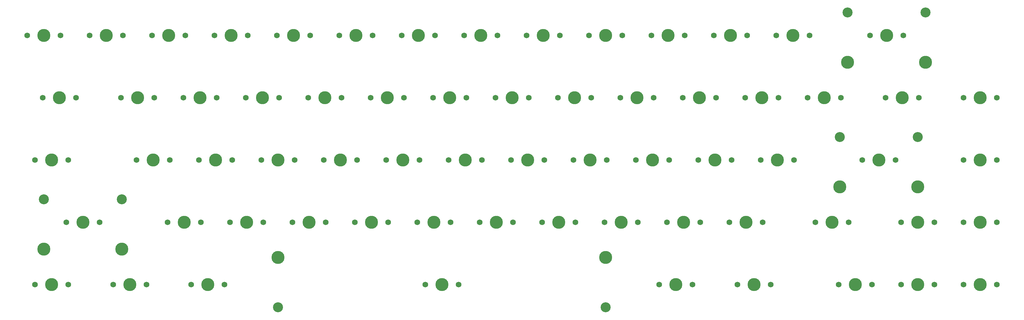
<source format=gbr>
%TF.GenerationSoftware,KiCad,Pcbnew,9.0.2*%
%TF.CreationDate,2025-06-21T23:15:30+02:00*%
%TF.ProjectId,MOD65,4d4f4436-352e-46b6-9963-61645f706362,2*%
%TF.SameCoordinates,Original*%
%TF.FileFunction,NonPlated,1,2,NPTH,Drill*%
%TF.FilePolarity,Positive*%
%FSLAX46Y46*%
G04 Gerber Fmt 4.6, Leading zero omitted, Abs format (unit mm)*
G04 Created by KiCad (PCBNEW 9.0.2) date 2025-06-21 23:15:30*
%MOMM*%
%LPD*%
G01*
G04 APERTURE LIST*
%TA.AperFunction,ComponentDrill*%
%ADD10C,1.750000*%
%TD*%
%TA.AperFunction,ComponentDrill*%
%ADD11C,3.048000*%
%TD*%
%TA.AperFunction,ComponentDrill*%
%ADD12C,3.987800*%
%TD*%
G04 APERTURE END LIST*
D10*
%TO.C,SW1*%
X33020000Y-38100000D03*
%TO.C,SW31*%
X35401250Y-76200000D03*
%TO.C,SW59*%
X35401250Y-114300000D03*
%TO.C,SW16*%
X37782500Y-57150000D03*
%TO.C,SW1*%
X43180000Y-38100000D03*
%TO.C,SW45*%
X44926250Y-95250000D03*
%TO.C,SW31*%
X45561250Y-76200000D03*
%TO.C,SW59*%
X45561250Y-114300000D03*
%TO.C,SW16*%
X47942500Y-57150000D03*
%TO.C,SW2*%
X52070000Y-38100000D03*
%TO.C,SW45*%
X55086250Y-95250000D03*
%TO.C,SW60*%
X59213750Y-114300000D03*
%TO.C,SW17*%
X61595000Y-57150000D03*
%TO.C,SW2*%
X62230000Y-38100000D03*
%TO.C,SW32*%
X66357500Y-76200000D03*
%TO.C,SW60*%
X69373750Y-114300000D03*
%TO.C,SW3*%
X71120000Y-38100000D03*
%TO.C,SW17*%
X71755000Y-57150000D03*
%TO.C,SW46*%
X75882500Y-95250000D03*
%TO.C,SW32*%
X76517500Y-76200000D03*
%TO.C,SW18*%
X80645000Y-57150000D03*
%TO.C,SW3*%
X81280000Y-38100000D03*
%TO.C,SW61*%
X83026250Y-114300000D03*
%TO.C,SW33*%
X85407500Y-76200000D03*
%TO.C,SW46*%
X86042500Y-95250000D03*
%TO.C,SW4*%
X90170000Y-38100000D03*
%TO.C,SW18*%
X90805000Y-57150000D03*
%TO.C,SW61*%
X93186250Y-114300000D03*
%TO.C,SW47*%
X94932500Y-95250000D03*
%TO.C,SW33*%
X95567500Y-76200000D03*
%TO.C,SW19*%
X99695000Y-57150000D03*
%TO.C,SW4*%
X100330000Y-38100000D03*
%TO.C,SW34*%
X104457500Y-76200000D03*
%TO.C,SW47*%
X105092500Y-95250000D03*
%TO.C,SW5*%
X109220000Y-38100000D03*
%TO.C,SW19*%
X109855000Y-57150000D03*
%TO.C,SW48*%
X113982500Y-95250000D03*
%TO.C,SW34*%
X114617500Y-76200000D03*
%TO.C,SW20*%
X118745000Y-57150000D03*
%TO.C,SW5*%
X119380000Y-38100000D03*
%TO.C,SW35*%
X123507500Y-76200000D03*
%TO.C,SW48*%
X124142500Y-95250000D03*
%TO.C,SW6*%
X128270000Y-38100000D03*
%TO.C,SW20*%
X128905000Y-57150000D03*
%TO.C,SW49*%
X133032500Y-95250000D03*
%TO.C,SW35*%
X133667500Y-76200000D03*
%TO.C,SW21*%
X137795000Y-57150000D03*
%TO.C,SW6*%
X138430000Y-38100000D03*
%TO.C,SW36*%
X142557500Y-76200000D03*
%TO.C,SW49*%
X143192500Y-95250000D03*
%TO.C,SW7*%
X147320000Y-38100000D03*
%TO.C,SW21*%
X147955000Y-57150000D03*
%TO.C,SW50*%
X152082500Y-95250000D03*
%TO.C,SW36*%
X152717500Y-76200000D03*
%TO.C,SW62*%
X154463750Y-114300000D03*
%TO.C,SW22*%
X156845000Y-57150000D03*
%TO.C,SW7*%
X157480000Y-38100000D03*
%TO.C,SW37*%
X161607500Y-76200000D03*
%TO.C,SW50*%
X162242500Y-95250000D03*
%TO.C,SW62*%
X164623750Y-114300000D03*
%TO.C,SW8*%
X166370000Y-38100000D03*
%TO.C,SW22*%
X167005000Y-57150000D03*
%TO.C,SW51*%
X171132500Y-95250000D03*
%TO.C,SW37*%
X171767500Y-76200000D03*
%TO.C,SW23*%
X175895000Y-57150000D03*
%TO.C,SW8*%
X176530000Y-38100000D03*
%TO.C,SW38*%
X180657500Y-76200000D03*
%TO.C,SW51*%
X181292500Y-95250000D03*
%TO.C,SW9*%
X185420000Y-38100000D03*
%TO.C,SW23*%
X186055000Y-57150000D03*
%TO.C,SW52*%
X190182500Y-95250000D03*
%TO.C,SW38*%
X190817500Y-76200000D03*
%TO.C,SW24*%
X194945000Y-57150000D03*
%TO.C,SW9*%
X195580000Y-38100000D03*
%TO.C,SW39*%
X199707500Y-76200000D03*
%TO.C,SW52*%
X200342500Y-95250000D03*
%TO.C,SW10*%
X204470000Y-38100000D03*
%TO.C,SW24*%
X205105000Y-57150000D03*
%TO.C,SW53*%
X209232500Y-95250000D03*
%TO.C,SW39*%
X209867500Y-76200000D03*
%TO.C,SW25*%
X213995000Y-57150000D03*
%TO.C,SW10*%
X214630000Y-38100000D03*
%TO.C,SW40*%
X218757500Y-76200000D03*
%TO.C,SW53*%
X219392500Y-95250000D03*
%TO.C,SW11*%
X223520000Y-38100000D03*
%TO.C,SW25*%
X224155000Y-57150000D03*
%TO.C,SW63*%
X225901250Y-114300000D03*
%TO.C,SW54*%
X228282500Y-95250000D03*
%TO.C,SW40*%
X228917500Y-76200000D03*
%TO.C,SW26*%
X233045000Y-57150000D03*
%TO.C,SW11*%
X233680000Y-38100000D03*
%TO.C,SW63*%
X236061250Y-114300000D03*
%TO.C,SW41*%
X237807500Y-76200000D03*
%TO.C,SW54*%
X238442500Y-95250000D03*
%TO.C,SW12*%
X242570000Y-38100000D03*
%TO.C,SW26*%
X243205000Y-57150000D03*
%TO.C,SW55*%
X247332500Y-95250000D03*
%TO.C,SW41*%
X247967500Y-76200000D03*
%TO.C,SW64*%
X249713750Y-114300000D03*
%TO.C,SW27*%
X252095000Y-57150000D03*
%TO.C,SW12*%
X252730000Y-38100000D03*
%TO.C,SW42*%
X256857500Y-76200000D03*
%TO.C,SW55*%
X257492500Y-95250000D03*
%TO.C,SW64*%
X259873750Y-114300000D03*
%TO.C,SW13*%
X261620000Y-38100000D03*
%TO.C,SW27*%
X262255000Y-57150000D03*
%TO.C,SW42*%
X267017500Y-76200000D03*
%TO.C,SW28*%
X271145000Y-57150000D03*
%TO.C,SW13*%
X271780000Y-38100000D03*
%TO.C,SW56*%
X273526250Y-95250000D03*
%TO.C,SW65*%
X280670000Y-114300000D03*
%TO.C,SW28*%
X281305000Y-57150000D03*
%TO.C,SW56*%
X283686250Y-95250000D03*
%TO.C,SW43*%
X287813750Y-76200000D03*
%TO.C,SW14*%
X290195000Y-38100000D03*
%TO.C,SW65*%
X290830000Y-114300000D03*
%TO.C,SW29*%
X294957500Y-57150000D03*
%TO.C,SW43*%
X297973750Y-76200000D03*
%TO.C,SW57*%
X299720000Y-95250000D03*
%TO.C,SW66*%
X299720000Y-114300000D03*
%TO.C,SW14*%
X300355000Y-38100000D03*
%TO.C,SW29*%
X305117500Y-57150000D03*
%TO.C,SW57*%
X309880000Y-95250000D03*
%TO.C,SW66*%
X309880000Y-114300000D03*
%TO.C,SW30*%
X318770000Y-57150000D03*
%TO.C,SW44*%
X318770000Y-76200000D03*
%TO.C,SW58*%
X318770000Y-95250000D03*
%TO.C,SW67*%
X318770000Y-114300000D03*
%TO.C,SW30*%
X328930000Y-57150000D03*
%TO.C,SW44*%
X328930000Y-76200000D03*
%TO.C,SW58*%
X328930000Y-95250000D03*
%TO.C,SW67*%
X328930000Y-114300000D03*
D11*
%TO.C,H1*%
X38100000Y-88265000D03*
X61912500Y-88265000D03*
%TO.C,H4*%
X109537500Y-121285000D03*
X209550000Y-121285000D03*
%TO.C,H2*%
X280987500Y-69215000D03*
%TO.C,H3*%
X283368750Y-31115000D03*
%TO.C,H2*%
X304800000Y-69215000D03*
%TO.C,H3*%
X307181250Y-31115000D03*
D12*
%TO.C,SW1*%
X38100000Y-38100000D03*
%TO.C,H1*%
X38100000Y-103505000D03*
%TO.C,SW31*%
X40481250Y-76200000D03*
%TO.C,SW59*%
X40481250Y-114300000D03*
%TO.C,SW16*%
X42862500Y-57150000D03*
%TO.C,SW45*%
X50006250Y-95250000D03*
%TO.C,SW2*%
X57150000Y-38100000D03*
%TO.C,H1*%
X61912500Y-103505000D03*
%TO.C,SW60*%
X64293750Y-114300000D03*
%TO.C,SW17*%
X66675000Y-57150000D03*
%TO.C,SW32*%
X71437500Y-76200000D03*
%TO.C,SW3*%
X76200000Y-38100000D03*
%TO.C,SW46*%
X80962500Y-95250000D03*
%TO.C,SW18*%
X85725000Y-57150000D03*
%TO.C,SW61*%
X88106250Y-114300000D03*
%TO.C,SW33*%
X90487500Y-76200000D03*
%TO.C,SW4*%
X95250000Y-38100000D03*
%TO.C,SW47*%
X100012500Y-95250000D03*
%TO.C,SW19*%
X104775000Y-57150000D03*
%TO.C,SW34*%
X109537500Y-76200000D03*
%TO.C,H4*%
X109537500Y-106045000D03*
%TO.C,SW5*%
X114300000Y-38100000D03*
%TO.C,SW48*%
X119062500Y-95250000D03*
%TO.C,SW20*%
X123825000Y-57150000D03*
%TO.C,SW35*%
X128587500Y-76200000D03*
%TO.C,SW6*%
X133350000Y-38100000D03*
%TO.C,SW49*%
X138112500Y-95250000D03*
%TO.C,SW21*%
X142875000Y-57150000D03*
%TO.C,SW36*%
X147637500Y-76200000D03*
%TO.C,SW7*%
X152400000Y-38100000D03*
%TO.C,SW50*%
X157162500Y-95250000D03*
%TO.C,SW62*%
X159543750Y-114300000D03*
%TO.C,SW22*%
X161925000Y-57150000D03*
%TO.C,SW37*%
X166687500Y-76200000D03*
%TO.C,SW8*%
X171450000Y-38100000D03*
%TO.C,SW51*%
X176212500Y-95250000D03*
%TO.C,SW23*%
X180975000Y-57150000D03*
%TO.C,SW38*%
X185737500Y-76200000D03*
%TO.C,SW9*%
X190500000Y-38100000D03*
%TO.C,SW52*%
X195262500Y-95250000D03*
%TO.C,SW24*%
X200025000Y-57150000D03*
%TO.C,SW39*%
X204787500Y-76200000D03*
%TO.C,SW10*%
X209550000Y-38100000D03*
%TO.C,H4*%
X209550000Y-106045000D03*
%TO.C,SW53*%
X214312500Y-95250000D03*
%TO.C,SW25*%
X219075000Y-57150000D03*
%TO.C,SW40*%
X223837500Y-76200000D03*
%TO.C,SW11*%
X228600000Y-38100000D03*
%TO.C,SW63*%
X230981250Y-114300000D03*
%TO.C,SW54*%
X233362500Y-95250000D03*
%TO.C,SW26*%
X238125000Y-57150000D03*
%TO.C,SW41*%
X242887500Y-76200000D03*
%TO.C,SW12*%
X247650000Y-38100000D03*
%TO.C,SW55*%
X252412500Y-95250000D03*
%TO.C,SW64*%
X254793750Y-114300000D03*
%TO.C,SW27*%
X257175000Y-57150000D03*
%TO.C,SW42*%
X261937500Y-76200000D03*
%TO.C,SW13*%
X266700000Y-38100000D03*
%TO.C,SW28*%
X276225000Y-57150000D03*
%TO.C,SW56*%
X278606250Y-95250000D03*
%TO.C,H2*%
X280987500Y-84455000D03*
%TO.C,H3*%
X283368750Y-46355000D03*
%TO.C,SW65*%
X285750000Y-114300000D03*
%TO.C,SW43*%
X292893750Y-76200000D03*
%TO.C,SW14*%
X295275000Y-38100000D03*
%TO.C,SW29*%
X300037500Y-57150000D03*
%TO.C,H2*%
X304800000Y-84455000D03*
%TO.C,SW57*%
X304800000Y-95250000D03*
%TO.C,SW66*%
X304800000Y-114300000D03*
%TO.C,H3*%
X307181250Y-46355000D03*
%TO.C,SW30*%
X323850000Y-57150000D03*
%TO.C,SW44*%
X323850000Y-76200000D03*
%TO.C,SW58*%
X323850000Y-95250000D03*
%TO.C,SW67*%
X323850000Y-114300000D03*
M02*

</source>
